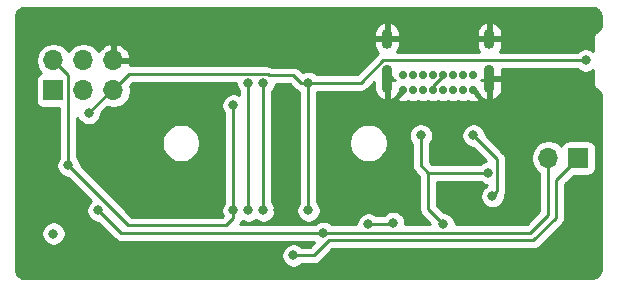
<source format=gbr>
%TF.GenerationSoftware,KiCad,Pcbnew,5.1.6-c6e7f7d~87~ubuntu18.04.1*%
%TF.CreationDate,2020-10-02T11:44:25-04:00*%
%TF.ProjectId,embedded-debug,656d6265-6464-4656-942d-64656275672e,rev?*%
%TF.SameCoordinates,Original*%
%TF.FileFunction,Copper,L2,Bot*%
%TF.FilePolarity,Positive*%
%FSLAX46Y46*%
G04 Gerber Fmt 4.6, Leading zero omitted, Abs format (unit mm)*
G04 Created by KiCad (PCBNEW 5.1.6-c6e7f7d~87~ubuntu18.04.1) date 2020-10-02 11:44:25*
%MOMM*%
%LPD*%
G01*
G04 APERTURE LIST*
%TA.AperFunction,ComponentPad*%
%ADD10O,1.700000X1.700000*%
%TD*%
%TA.AperFunction,ComponentPad*%
%ADD11R,1.700000X1.700000*%
%TD*%
%TA.AperFunction,ComponentPad*%
%ADD12O,0.900000X1.700000*%
%TD*%
%TA.AperFunction,ComponentPad*%
%ADD13O,0.900000X2.400000*%
%TD*%
%TA.AperFunction,ComponentPad*%
%ADD14C,0.700000*%
%TD*%
%TA.AperFunction,ViaPad*%
%ADD15C,0.800000*%
%TD*%
%TA.AperFunction,Conductor*%
%ADD16C,0.250000*%
%TD*%
%TA.AperFunction,Conductor*%
%ADD17C,0.254000*%
%TD*%
G04 APERTURE END LIST*
D10*
%TO.P,J5,6*%
%TO.N,GND*%
X142240000Y-68580000D03*
%TO.P,J5,5*%
%TO.N,~RESET*%
X142240000Y-71120000D03*
%TO.P,J5,4*%
%TO.N,MOSI*%
X139700000Y-68580000D03*
%TO.P,J5,3*%
%TO.N,SCK*%
X139700000Y-71120000D03*
%TO.P,J5,2*%
%TO.N,VCC*%
X137160000Y-68580000D03*
D11*
%TO.P,J5,1*%
%TO.N,MISO*%
X137160000Y-71120000D03*
%TD*%
D12*
%TO.P,J4,S1*%
%TO.N,GND*%
X165420000Y-66760000D03*
X174070000Y-66760000D03*
D13*
X165420000Y-70140000D03*
X174070000Y-70140000D03*
D14*
%TO.P,J4,B6*%
%TO.N,Net-(J4-PadA6)*%
X169320000Y-69770000D03*
%TO.P,J4,B1*%
%TO.N,GND*%
X166770000Y-69770000D03*
%TO.P,J4,B4*%
%TO.N,+5V*%
X167620000Y-69770000D03*
%TO.P,J4,B5*%
%TO.N,Net-(J4-PadB5)*%
X168470000Y-69770000D03*
%TO.P,J4,B12*%
%TO.N,GND*%
X172720000Y-69770000D03*
%TO.P,J4,B8*%
%TO.N,Net-(J4-PadB8)*%
X171020000Y-69770000D03*
%TO.P,J4,B7*%
%TO.N,Net-(J4-PadA7)*%
X170170000Y-69770000D03*
%TO.P,J4,B9*%
%TO.N,+5V*%
X171870000Y-69770000D03*
%TO.P,J4,A12*%
%TO.N,GND*%
X166770000Y-71120000D03*
%TO.P,J4,A9*%
%TO.N,+5V*%
X167620000Y-71120000D03*
%TO.P,J4,A8*%
%TO.N,Net-(J4-PadA8)*%
X168470000Y-71120000D03*
%TO.P,J4,A7*%
%TO.N,Net-(J4-PadA7)*%
X169320000Y-71120000D03*
%TO.P,J4,A6*%
%TO.N,Net-(J4-PadA6)*%
X170170000Y-71120000D03*
%TO.P,J4,A5*%
%TO.N,Net-(J4-PadA5)*%
X171020000Y-71120000D03*
%TO.P,J4,A4*%
%TO.N,+5V*%
X171870000Y-71120000D03*
%TO.P,J4,A1*%
%TO.N,GND*%
X172720000Y-71120000D03*
%TD*%
D10*
%TO.P,J3,2*%
%TO.N,UART_TX*%
X179070000Y-76835000D03*
D11*
%TO.P,J3,1*%
%TO.N,UART_RX*%
X181610000Y-76835000D03*
%TD*%
D15*
%TO.N,GND*%
X170815000Y-76835000D03*
X137160000Y-78740000D03*
X137160000Y-74295000D03*
X142240000Y-74295000D03*
X156230165Y-73690937D03*
X156210000Y-76835000D03*
X156210000Y-81280000D03*
X137160000Y-65405000D03*
X142240000Y-65405000D03*
X147320000Y-65405000D03*
X152400000Y-65405000D03*
X157480000Y-65405000D03*
X163195000Y-65405000D03*
X147320000Y-78740000D03*
X177165000Y-65405000D03*
X177165000Y-69850000D03*
X177165000Y-73660000D03*
X177165000Y-79375000D03*
X181610000Y-79375000D03*
X181610000Y-73660000D03*
X181610000Y-83820000D03*
X167640000Y-73660000D03*
X167217827Y-78757735D03*
%TO.N,+5V*%
X163830000Y-82460000D03*
X165930153Y-82354847D03*
%TO.N,+3V3*%
X173990000Y-78105000D03*
X168275000Y-74930000D03*
X170180000Y-82460000D03*
%TO.N,~TX_LED*%
X174325315Y-80064424D03*
X172720000Y-74930000D03*
%TO.N,~RESET*%
X140150001Y-73025000D03*
X158750000Y-70485000D03*
X158750000Y-81280000D03*
X182245000Y-68580000D03*
%TO.N,SWDCLK*%
X154940000Y-70485000D03*
X154940000Y-81280000D03*
%TO.N,SWDIO*%
X153670000Y-70485000D03*
X153670000Y-81280000D03*
%TO.N,VCC*%
X138430000Y-77470000D03*
X152400000Y-81280000D03*
X152400000Y-72390000D03*
%TO.N,UART_TX*%
X160020000Y-83185000D03*
X140970000Y-81280000D03*
%TO.N,UART_RX*%
X157480000Y-85090000D03*
%TO.N,SCK*%
X137160000Y-83230000D03*
%TD*%
D16*
%TO.N,+5V*%
X163830000Y-82460000D02*
X165825000Y-82460000D01*
X165825000Y-82460000D02*
X165930153Y-82354847D01*
%TO.N,+3V3*%
X173990000Y-78105000D02*
X168910000Y-78105000D01*
X168910000Y-78105000D02*
X168275000Y-77470000D01*
X168275000Y-77470000D02*
X168275000Y-74930000D01*
X168910000Y-78105000D02*
X168910000Y-81190000D01*
X168910000Y-81190000D02*
X170180000Y-82460000D01*
%TO.N,~TX_LED*%
X174725314Y-79664425D02*
X174325315Y-80064424D01*
X172720000Y-74930000D02*
X174725314Y-76935314D01*
X174725314Y-76935314D02*
X174725314Y-79664425D01*
%TO.N,~RESET*%
X142055001Y-71120000D02*
X142240000Y-71120000D01*
X140150001Y-73025000D02*
X142055001Y-71120000D01*
X158750000Y-70485000D02*
X158750000Y-81280000D01*
X158750000Y-70485000D02*
X158115000Y-70485000D01*
X158115000Y-70485000D02*
X157480000Y-69850000D01*
X143600001Y-69759999D02*
X142240000Y-71120000D01*
X155288001Y-69759999D02*
X147410001Y-69759999D01*
X155378002Y-69850000D02*
X155288001Y-69759999D01*
X157480000Y-69850000D02*
X155378002Y-69850000D01*
X158750000Y-70485000D02*
X163195000Y-70485000D01*
X163195000Y-70485000D02*
X165100000Y-68580000D01*
X165100000Y-68580000D02*
X182245000Y-68580000D01*
X147410001Y-69759999D02*
X143600001Y-69759999D01*
%TO.N,SWDCLK*%
X154940000Y-70485000D02*
X154940000Y-81280000D01*
%TO.N,SWDIO*%
X153670000Y-70485000D02*
X153670000Y-81280000D01*
%TO.N,VCC*%
X137160000Y-68580000D02*
X138430000Y-69850000D01*
X138430000Y-69850000D02*
X138430000Y-77470000D01*
X152400000Y-81280000D02*
X152400000Y-72390000D01*
X138430000Y-77470000D02*
X143510000Y-82550000D01*
X143510000Y-82550000D02*
X151765000Y-82550000D01*
X151765000Y-82550000D02*
X152400000Y-81915000D01*
X152400000Y-81915000D02*
X152400000Y-81280000D01*
%TO.N,UART_TX*%
X179070000Y-81660002D02*
X179070000Y-76835000D01*
X177545002Y-83185000D02*
X179070000Y-81660002D01*
X160020000Y-83185000D02*
X177545002Y-83185000D01*
X142875000Y-83185000D02*
X160020000Y-83185000D01*
X140970000Y-81280000D02*
X142875000Y-83185000D01*
%TO.N,UART_RX*%
X181610000Y-76835000D02*
X179705000Y-78740000D01*
X179705000Y-78740000D02*
X179705000Y-81915000D01*
X179705000Y-81915000D02*
X177800000Y-83820000D01*
X177800000Y-83820000D02*
X160655000Y-83820000D01*
X160458002Y-83820000D02*
X159188002Y-85090000D01*
X160655000Y-83820000D02*
X160458002Y-83820000D01*
X159188002Y-85090000D02*
X157480000Y-85090000D01*
%TO.N,Net-(J4-PadA7)*%
X169320000Y-70769002D02*
X169320000Y-71120000D01*
X170170000Y-69919002D02*
X169320000Y-70769002D01*
X170170000Y-69770000D02*
X170170000Y-69919002D01*
%TD*%
D17*
%TO.N,GND*%
G36*
X182997869Y-64174722D02*
G01*
X183111246Y-64208953D01*
X183215819Y-64264555D01*
X183307596Y-64339407D01*
X183383091Y-64430664D01*
X183439419Y-64534844D01*
X183474440Y-64647976D01*
X183490000Y-64796022D01*
X183490001Y-65766619D01*
X183071236Y-66185384D01*
X183046052Y-66206052D01*
X183011689Y-66247924D01*
X182963575Y-66306550D01*
X182909109Y-66408450D01*
X182902290Y-66421208D01*
X182864550Y-66545618D01*
X182855000Y-66642582D01*
X182855000Y-66642591D01*
X182851808Y-66675000D01*
X182855000Y-66707409D01*
X182855000Y-67742805D01*
X182735256Y-67662795D01*
X182546898Y-67584774D01*
X182346939Y-67545000D01*
X182143061Y-67545000D01*
X181943102Y-67584774D01*
X181754744Y-67662795D01*
X181585226Y-67776063D01*
X181541289Y-67820000D01*
X174935221Y-67820000D01*
X175023809Y-67692545D01*
X175109376Y-67496233D01*
X175155000Y-67287000D01*
X175155000Y-66887000D01*
X174197000Y-66887000D01*
X174197000Y-66907000D01*
X173943000Y-66907000D01*
X173943000Y-66887000D01*
X172985000Y-66887000D01*
X172985000Y-67287000D01*
X173030624Y-67496233D01*
X173116191Y-67692545D01*
X173204779Y-67820000D01*
X166285221Y-67820000D01*
X166373809Y-67692545D01*
X166459376Y-67496233D01*
X166505000Y-67287000D01*
X166505000Y-66887000D01*
X165547000Y-66887000D01*
X165547000Y-66907000D01*
X165293000Y-66907000D01*
X165293000Y-66887000D01*
X164335000Y-66887000D01*
X164335000Y-67287000D01*
X164380624Y-67496233D01*
X164466191Y-67692545D01*
X164588413Y-67868391D01*
X164671505Y-67948489D01*
X164559999Y-68039999D01*
X164536201Y-68068997D01*
X162880199Y-69725000D01*
X159453711Y-69725000D01*
X159409774Y-69681063D01*
X159240256Y-69567795D01*
X159051898Y-69489774D01*
X158851939Y-69450000D01*
X158648061Y-69450000D01*
X158448102Y-69489774D01*
X158268832Y-69564031D01*
X158043803Y-69339002D01*
X158020001Y-69309999D01*
X157904276Y-69215026D01*
X157772247Y-69144454D01*
X157628986Y-69100997D01*
X157517333Y-69090000D01*
X157517322Y-69090000D01*
X157480000Y-69086324D01*
X157442678Y-69090000D01*
X155646751Y-69090000D01*
X155580248Y-69054453D01*
X155436987Y-69010996D01*
X155325334Y-68999999D01*
X155325323Y-68999999D01*
X155288001Y-68996323D01*
X155250679Y-68999999D01*
X143659095Y-68999999D01*
X143681481Y-68936891D01*
X143560814Y-68707000D01*
X142367000Y-68707000D01*
X142367000Y-68727000D01*
X142113000Y-68727000D01*
X142113000Y-68707000D01*
X142093000Y-68707000D01*
X142093000Y-68453000D01*
X142113000Y-68453000D01*
X142113000Y-67259845D01*
X142367000Y-67259845D01*
X142367000Y-68453000D01*
X143560814Y-68453000D01*
X143681481Y-68223109D01*
X143584157Y-67948748D01*
X143435178Y-67698645D01*
X143240269Y-67482412D01*
X143006920Y-67308359D01*
X142744099Y-67183175D01*
X142596890Y-67138524D01*
X142367000Y-67259845D01*
X142113000Y-67259845D01*
X141883110Y-67138524D01*
X141735901Y-67183175D01*
X141473080Y-67308359D01*
X141239731Y-67482412D01*
X141044822Y-67698645D01*
X140975195Y-67815534D01*
X140853475Y-67633368D01*
X140646632Y-67426525D01*
X140403411Y-67264010D01*
X140133158Y-67152068D01*
X139846260Y-67095000D01*
X139553740Y-67095000D01*
X139266842Y-67152068D01*
X138996589Y-67264010D01*
X138753368Y-67426525D01*
X138546525Y-67633368D01*
X138430000Y-67807760D01*
X138313475Y-67633368D01*
X138106632Y-67426525D01*
X137863411Y-67264010D01*
X137593158Y-67152068D01*
X137306260Y-67095000D01*
X137013740Y-67095000D01*
X136726842Y-67152068D01*
X136456589Y-67264010D01*
X136213368Y-67426525D01*
X136006525Y-67633368D01*
X135844010Y-67876589D01*
X135732068Y-68146842D01*
X135675000Y-68433740D01*
X135675000Y-68726260D01*
X135732068Y-69013158D01*
X135844010Y-69283411D01*
X136006525Y-69526632D01*
X136138380Y-69658487D01*
X136065820Y-69680498D01*
X135955506Y-69739463D01*
X135858815Y-69818815D01*
X135779463Y-69915506D01*
X135720498Y-70025820D01*
X135684188Y-70145518D01*
X135671928Y-70270000D01*
X135671928Y-71970000D01*
X135684188Y-72094482D01*
X135720498Y-72214180D01*
X135779463Y-72324494D01*
X135858815Y-72421185D01*
X135955506Y-72500537D01*
X136065820Y-72559502D01*
X136185518Y-72595812D01*
X136310000Y-72608072D01*
X137670000Y-72608072D01*
X137670001Y-76766288D01*
X137626063Y-76810226D01*
X137512795Y-76979744D01*
X137434774Y-77168102D01*
X137395000Y-77368061D01*
X137395000Y-77571939D01*
X137434774Y-77771898D01*
X137512795Y-77960256D01*
X137626063Y-78129774D01*
X137770226Y-78273937D01*
X137939744Y-78387205D01*
X138128102Y-78465226D01*
X138328061Y-78505000D01*
X138390199Y-78505000D01*
X140340820Y-80455621D01*
X140310226Y-80476063D01*
X140166063Y-80620226D01*
X140052795Y-80789744D01*
X139974774Y-80978102D01*
X139935000Y-81178061D01*
X139935000Y-81381939D01*
X139974774Y-81581898D01*
X140052795Y-81770256D01*
X140166063Y-81939774D01*
X140310226Y-82083937D01*
X140479744Y-82197205D01*
X140668102Y-82275226D01*
X140868061Y-82315000D01*
X140930199Y-82315000D01*
X142311201Y-83696003D01*
X142334999Y-83725001D01*
X142450724Y-83819974D01*
X142582753Y-83890546D01*
X142726014Y-83934003D01*
X142837667Y-83945000D01*
X142837677Y-83945000D01*
X142875000Y-83948676D01*
X142912323Y-83945000D01*
X159258201Y-83945000D01*
X158873201Y-84330000D01*
X158183711Y-84330000D01*
X158139774Y-84286063D01*
X157970256Y-84172795D01*
X157781898Y-84094774D01*
X157581939Y-84055000D01*
X157378061Y-84055000D01*
X157178102Y-84094774D01*
X156989744Y-84172795D01*
X156820226Y-84286063D01*
X156676063Y-84430226D01*
X156562795Y-84599744D01*
X156484774Y-84788102D01*
X156445000Y-84988061D01*
X156445000Y-85191939D01*
X156484774Y-85391898D01*
X156562795Y-85580256D01*
X156676063Y-85749774D01*
X156820226Y-85893937D01*
X156989744Y-86007205D01*
X157178102Y-86085226D01*
X157378061Y-86125000D01*
X157581939Y-86125000D01*
X157781898Y-86085226D01*
X157970256Y-86007205D01*
X158139774Y-85893937D01*
X158183711Y-85850000D01*
X159150680Y-85850000D01*
X159188002Y-85853676D01*
X159225324Y-85850000D01*
X159225335Y-85850000D01*
X159336988Y-85839003D01*
X159480249Y-85795546D01*
X159612278Y-85724974D01*
X159728003Y-85630001D01*
X159751806Y-85600997D01*
X160772804Y-84580000D01*
X177762678Y-84580000D01*
X177800000Y-84583676D01*
X177837322Y-84580000D01*
X177837333Y-84580000D01*
X177948986Y-84569003D01*
X178092247Y-84525546D01*
X178224276Y-84454974D01*
X178340001Y-84360001D01*
X178363804Y-84330997D01*
X180216003Y-82478799D01*
X180245001Y-82455001D01*
X180339974Y-82339276D01*
X180410546Y-82207247D01*
X180454003Y-82063986D01*
X180465000Y-81952333D01*
X180465000Y-81952323D01*
X180468676Y-81915000D01*
X180465000Y-81877677D01*
X180465000Y-79054801D01*
X181196730Y-78323072D01*
X182460000Y-78323072D01*
X182584482Y-78310812D01*
X182704180Y-78274502D01*
X182814494Y-78215537D01*
X182911185Y-78136185D01*
X182990537Y-78039494D01*
X183049502Y-77929180D01*
X183085812Y-77809482D01*
X183098072Y-77685000D01*
X183098072Y-75985000D01*
X183085812Y-75860518D01*
X183049502Y-75740820D01*
X182990537Y-75630506D01*
X182911185Y-75533815D01*
X182814494Y-75454463D01*
X182704180Y-75395498D01*
X182584482Y-75359188D01*
X182460000Y-75346928D01*
X180760000Y-75346928D01*
X180635518Y-75359188D01*
X180515820Y-75395498D01*
X180405506Y-75454463D01*
X180308815Y-75533815D01*
X180229463Y-75630506D01*
X180170498Y-75740820D01*
X180148487Y-75813380D01*
X180016632Y-75681525D01*
X179773411Y-75519010D01*
X179503158Y-75407068D01*
X179216260Y-75350000D01*
X178923740Y-75350000D01*
X178636842Y-75407068D01*
X178366589Y-75519010D01*
X178123368Y-75681525D01*
X177916525Y-75888368D01*
X177754010Y-76131589D01*
X177642068Y-76401842D01*
X177585000Y-76688740D01*
X177585000Y-76981260D01*
X177642068Y-77268158D01*
X177754010Y-77538411D01*
X177916525Y-77781632D01*
X178123368Y-77988475D01*
X178310001Y-78113179D01*
X178310000Y-81345200D01*
X177230201Y-82425000D01*
X171215000Y-82425000D01*
X171215000Y-82358061D01*
X171175226Y-82158102D01*
X171097205Y-81969744D01*
X170983937Y-81800226D01*
X170839774Y-81656063D01*
X170670256Y-81542795D01*
X170481898Y-81464774D01*
X170281939Y-81425000D01*
X170219802Y-81425000D01*
X169670000Y-80875199D01*
X169670000Y-78865000D01*
X173286289Y-78865000D01*
X173330226Y-78908937D01*
X173499744Y-79022205D01*
X173688102Y-79100226D01*
X173864028Y-79135220D01*
X173835059Y-79147219D01*
X173665541Y-79260487D01*
X173521378Y-79404650D01*
X173408110Y-79574168D01*
X173330089Y-79762526D01*
X173290315Y-79962485D01*
X173290315Y-80166363D01*
X173330089Y-80366322D01*
X173408110Y-80554680D01*
X173521378Y-80724198D01*
X173665541Y-80868361D01*
X173835059Y-80981629D01*
X174023417Y-81059650D01*
X174223376Y-81099424D01*
X174427254Y-81099424D01*
X174627213Y-81059650D01*
X174815571Y-80981629D01*
X174985089Y-80868361D01*
X175129252Y-80724198D01*
X175242520Y-80554680D01*
X175320541Y-80366322D01*
X175360315Y-80166363D01*
X175360315Y-80088650D01*
X175430860Y-79956672D01*
X175474317Y-79813411D01*
X175485314Y-79701758D01*
X175485314Y-79701748D01*
X175488990Y-79664426D01*
X175485314Y-79627103D01*
X175485314Y-76972636D01*
X175488990Y-76935313D01*
X175485314Y-76897990D01*
X175485314Y-76897981D01*
X175474317Y-76786328D01*
X175430860Y-76643067D01*
X175360288Y-76511038D01*
X175265315Y-76395313D01*
X175236318Y-76371516D01*
X173755000Y-74890199D01*
X173755000Y-74828061D01*
X173715226Y-74628102D01*
X173637205Y-74439744D01*
X173523937Y-74270226D01*
X173379774Y-74126063D01*
X173210256Y-74012795D01*
X173021898Y-73934774D01*
X172821939Y-73895000D01*
X172618061Y-73895000D01*
X172418102Y-73934774D01*
X172229744Y-74012795D01*
X172060226Y-74126063D01*
X171916063Y-74270226D01*
X171802795Y-74439744D01*
X171724774Y-74628102D01*
X171685000Y-74828061D01*
X171685000Y-75031939D01*
X171724774Y-75231898D01*
X171802795Y-75420256D01*
X171916063Y-75589774D01*
X172060226Y-75733937D01*
X172229744Y-75847205D01*
X172418102Y-75925226D01*
X172618061Y-75965000D01*
X172680199Y-75965000D01*
X173802264Y-77087066D01*
X173688102Y-77109774D01*
X173499744Y-77187795D01*
X173330226Y-77301063D01*
X173286289Y-77345000D01*
X169224802Y-77345000D01*
X169035000Y-77155199D01*
X169035000Y-75633711D01*
X169078937Y-75589774D01*
X169192205Y-75420256D01*
X169270226Y-75231898D01*
X169310000Y-75031939D01*
X169310000Y-74828061D01*
X169270226Y-74628102D01*
X169192205Y-74439744D01*
X169078937Y-74270226D01*
X168934774Y-74126063D01*
X168765256Y-74012795D01*
X168576898Y-73934774D01*
X168376939Y-73895000D01*
X168173061Y-73895000D01*
X167973102Y-73934774D01*
X167784744Y-74012795D01*
X167615226Y-74126063D01*
X167471063Y-74270226D01*
X167357795Y-74439744D01*
X167279774Y-74628102D01*
X167240000Y-74828061D01*
X167240000Y-75031939D01*
X167279774Y-75231898D01*
X167357795Y-75420256D01*
X167471063Y-75589774D01*
X167515001Y-75633712D01*
X167515000Y-77432677D01*
X167511324Y-77470000D01*
X167515000Y-77507322D01*
X167515000Y-77507332D01*
X167525997Y-77618985D01*
X167550266Y-77698990D01*
X167569454Y-77762246D01*
X167640026Y-77894276D01*
X167679871Y-77942826D01*
X167734999Y-78010001D01*
X167764002Y-78033803D01*
X168150000Y-78419802D01*
X168150001Y-81152668D01*
X168146324Y-81190000D01*
X168150001Y-81227333D01*
X168160998Y-81338986D01*
X168169725Y-81367756D01*
X168204454Y-81482246D01*
X168275026Y-81614276D01*
X168312553Y-81660002D01*
X168370000Y-81730001D01*
X168398998Y-81753799D01*
X169070198Y-82425000D01*
X166965153Y-82425000D01*
X166965153Y-82252908D01*
X166925379Y-82052949D01*
X166847358Y-81864591D01*
X166734090Y-81695073D01*
X166589927Y-81550910D01*
X166420409Y-81437642D01*
X166232051Y-81359621D01*
X166032092Y-81319847D01*
X165828214Y-81319847D01*
X165628255Y-81359621D01*
X165439897Y-81437642D01*
X165270379Y-81550910D01*
X165126216Y-81695073D01*
X165122924Y-81700000D01*
X164533711Y-81700000D01*
X164489774Y-81656063D01*
X164320256Y-81542795D01*
X164131898Y-81464774D01*
X163931939Y-81425000D01*
X163728061Y-81425000D01*
X163528102Y-81464774D01*
X163339744Y-81542795D01*
X163170226Y-81656063D01*
X163026063Y-81800226D01*
X162912795Y-81969744D01*
X162834774Y-82158102D01*
X162795000Y-82358061D01*
X162795000Y-82425000D01*
X160723711Y-82425000D01*
X160679774Y-82381063D01*
X160510256Y-82267795D01*
X160321898Y-82189774D01*
X160121939Y-82150000D01*
X159918061Y-82150000D01*
X159718102Y-82189774D01*
X159529744Y-82267795D01*
X159360226Y-82381063D01*
X159316289Y-82425000D01*
X152964622Y-82425000D01*
X153034974Y-82339276D01*
X153105546Y-82207247D01*
X153120583Y-82157675D01*
X153179744Y-82197205D01*
X153368102Y-82275226D01*
X153568061Y-82315000D01*
X153771939Y-82315000D01*
X153971898Y-82275226D01*
X154160256Y-82197205D01*
X154305000Y-82100490D01*
X154449744Y-82197205D01*
X154638102Y-82275226D01*
X154838061Y-82315000D01*
X155041939Y-82315000D01*
X155241898Y-82275226D01*
X155430256Y-82197205D01*
X155599774Y-82083937D01*
X155743937Y-81939774D01*
X155857205Y-81770256D01*
X155935226Y-81581898D01*
X155975000Y-81381939D01*
X155975000Y-81178061D01*
X155935226Y-80978102D01*
X155857205Y-80789744D01*
X155743937Y-80620226D01*
X155700000Y-80576289D01*
X155700000Y-71188711D01*
X155743937Y-71144774D01*
X155857205Y-70975256D01*
X155935226Y-70786898D01*
X155970413Y-70610000D01*
X157165199Y-70610000D01*
X157551200Y-70996002D01*
X157574999Y-71025001D01*
X157603997Y-71048799D01*
X157690724Y-71119974D01*
X157822753Y-71190546D01*
X157966014Y-71234003D01*
X157990000Y-71236365D01*
X157990001Y-80576288D01*
X157946063Y-80620226D01*
X157832795Y-80789744D01*
X157754774Y-80978102D01*
X157715000Y-81178061D01*
X157715000Y-81381939D01*
X157754774Y-81581898D01*
X157832795Y-81770256D01*
X157946063Y-81939774D01*
X158090226Y-82083937D01*
X158259744Y-82197205D01*
X158448102Y-82275226D01*
X158648061Y-82315000D01*
X158851939Y-82315000D01*
X159051898Y-82275226D01*
X159240256Y-82197205D01*
X159409774Y-82083937D01*
X159553937Y-81939774D01*
X159667205Y-81770256D01*
X159745226Y-81581898D01*
X159785000Y-81381939D01*
X159785000Y-81178061D01*
X159745226Y-80978102D01*
X159667205Y-80789744D01*
X159553937Y-80620226D01*
X159510000Y-80576289D01*
X159510000Y-75403967D01*
X162195000Y-75403967D01*
X162195000Y-75726033D01*
X162257832Y-76041912D01*
X162381082Y-76339463D01*
X162560013Y-76607252D01*
X162787748Y-76834987D01*
X163055537Y-77013918D01*
X163353088Y-77137168D01*
X163668967Y-77200000D01*
X163991033Y-77200000D01*
X164306912Y-77137168D01*
X164604463Y-77013918D01*
X164872252Y-76834987D01*
X165099987Y-76607252D01*
X165278918Y-76339463D01*
X165402168Y-76041912D01*
X165465000Y-75726033D01*
X165465000Y-75403967D01*
X165402168Y-75088088D01*
X165278918Y-74790537D01*
X165099987Y-74522748D01*
X164872252Y-74295013D01*
X164604463Y-74116082D01*
X164306912Y-73992832D01*
X163991033Y-73930000D01*
X163668967Y-73930000D01*
X163353088Y-73992832D01*
X163055537Y-74116082D01*
X162787748Y-74295013D01*
X162560013Y-74522748D01*
X162381082Y-74790537D01*
X162257832Y-75088088D01*
X162195000Y-75403967D01*
X159510000Y-75403967D01*
X159510000Y-71245000D01*
X163157678Y-71245000D01*
X163195000Y-71248676D01*
X163232322Y-71245000D01*
X163232333Y-71245000D01*
X163343986Y-71234003D01*
X163487247Y-71190546D01*
X163619276Y-71119974D01*
X163735001Y-71025001D01*
X163758804Y-70995997D01*
X164335000Y-70419801D01*
X164335000Y-71017000D01*
X164380624Y-71226233D01*
X164466191Y-71422545D01*
X164588413Y-71598391D01*
X164742592Y-71747014D01*
X164922803Y-71862702D01*
X165125999Y-71934408D01*
X165293000Y-71807502D01*
X165293000Y-70267000D01*
X165273000Y-70267000D01*
X165273000Y-70013000D01*
X165293000Y-70013000D01*
X165293000Y-69993000D01*
X165547000Y-69993000D01*
X165547000Y-70013000D01*
X165813537Y-70013000D01*
X165820368Y-70048989D01*
X165893043Y-70228893D01*
X165901233Y-70244216D01*
X166099480Y-70260912D01*
X166093392Y-70267000D01*
X165547000Y-70267000D01*
X165547000Y-71807502D01*
X165714001Y-71934408D01*
X165917197Y-71862702D01*
X166097408Y-71747014D01*
X166251587Y-71598391D01*
X166373809Y-71422545D01*
X166440225Y-71270170D01*
X166590395Y-71120000D01*
X166576253Y-71105858D01*
X166635000Y-71047110D01*
X166635000Y-71217014D01*
X166671101Y-71398504D01*
X166279088Y-71790517D01*
X166295784Y-71988767D01*
X166474384Y-72064589D01*
X166664344Y-72104110D01*
X166858364Y-72105813D01*
X167048989Y-72069632D01*
X167195651Y-72010385D01*
X167332686Y-72067147D01*
X167522986Y-72105000D01*
X167717014Y-72105000D01*
X167907314Y-72067147D01*
X168045000Y-72010116D01*
X168182686Y-72067147D01*
X168372986Y-72105000D01*
X168567014Y-72105000D01*
X168757314Y-72067147D01*
X168895000Y-72010116D01*
X169032686Y-72067147D01*
X169222986Y-72105000D01*
X169417014Y-72105000D01*
X169607314Y-72067147D01*
X169745000Y-72010116D01*
X169882686Y-72067147D01*
X170072986Y-72105000D01*
X170267014Y-72105000D01*
X170457314Y-72067147D01*
X170595000Y-72010116D01*
X170732686Y-72067147D01*
X170922986Y-72105000D01*
X171117014Y-72105000D01*
X171307314Y-72067147D01*
X171445000Y-72010116D01*
X171582686Y-72067147D01*
X171772986Y-72105000D01*
X171967014Y-72105000D01*
X172157314Y-72067147D01*
X172295542Y-72009891D01*
X172424384Y-72064589D01*
X172614344Y-72104110D01*
X172808364Y-72105813D01*
X172998989Y-72069632D01*
X173178893Y-71996957D01*
X173194216Y-71988767D01*
X173210912Y-71790517D01*
X172818899Y-71398504D01*
X172855000Y-71217014D01*
X172855000Y-71047110D01*
X172913748Y-71105858D01*
X172899605Y-71120000D01*
X173049775Y-71270170D01*
X173116191Y-71422545D01*
X173238413Y-71598391D01*
X173392592Y-71747014D01*
X173572803Y-71862702D01*
X173775999Y-71934408D01*
X173943000Y-71807502D01*
X173943000Y-70267000D01*
X174197000Y-70267000D01*
X174197000Y-71807502D01*
X174364001Y-71934408D01*
X174567197Y-71862702D01*
X174747408Y-71747014D01*
X174901587Y-71598391D01*
X175023809Y-71422545D01*
X175109376Y-71226233D01*
X175155000Y-71017000D01*
X175155000Y-70267000D01*
X174197000Y-70267000D01*
X173943000Y-70267000D01*
X173396608Y-70267000D01*
X173390520Y-70260912D01*
X173588767Y-70244216D01*
X173664589Y-70065616D01*
X173675536Y-70013000D01*
X173943000Y-70013000D01*
X173943000Y-69993000D01*
X174197000Y-69993000D01*
X174197000Y-70013000D01*
X175155000Y-70013000D01*
X175155000Y-69340000D01*
X181541289Y-69340000D01*
X181585226Y-69383937D01*
X181754744Y-69497205D01*
X181943102Y-69575226D01*
X182143061Y-69615000D01*
X182346939Y-69615000D01*
X182546898Y-69575226D01*
X182735256Y-69497205D01*
X182855001Y-69417194D01*
X182855001Y-70452581D01*
X182851808Y-70485000D01*
X182855001Y-70517419D01*
X182864551Y-70614383D01*
X182874077Y-70645784D01*
X182902290Y-70738792D01*
X182963575Y-70853450D01*
X183025386Y-70928766D01*
X183025389Y-70928769D01*
X183046053Y-70953948D01*
X183071231Y-70974612D01*
X183490000Y-71393381D01*
X183490001Y-86327711D01*
X183475278Y-86477869D01*
X183441047Y-86591246D01*
X183385446Y-86695817D01*
X183310594Y-86787595D01*
X183219335Y-86863091D01*
X183115160Y-86919419D01*
X183002024Y-86954440D01*
X182853979Y-86970000D01*
X134652279Y-86970000D01*
X134502131Y-86955278D01*
X134388754Y-86921047D01*
X134284183Y-86865446D01*
X134192405Y-86790594D01*
X134116909Y-86699335D01*
X134060581Y-86595160D01*
X134025560Y-86482024D01*
X134010000Y-86333979D01*
X134010000Y-83128061D01*
X136125000Y-83128061D01*
X136125000Y-83331939D01*
X136164774Y-83531898D01*
X136242795Y-83720256D01*
X136356063Y-83889774D01*
X136500226Y-84033937D01*
X136669744Y-84147205D01*
X136858102Y-84225226D01*
X137058061Y-84265000D01*
X137261939Y-84265000D01*
X137461898Y-84225226D01*
X137650256Y-84147205D01*
X137819774Y-84033937D01*
X137963937Y-83889774D01*
X138077205Y-83720256D01*
X138155226Y-83531898D01*
X138195000Y-83331939D01*
X138195000Y-83128061D01*
X138155226Y-82928102D01*
X138077205Y-82739744D01*
X137963937Y-82570226D01*
X137819774Y-82426063D01*
X137650256Y-82312795D01*
X137461898Y-82234774D01*
X137261939Y-82195000D01*
X137058061Y-82195000D01*
X136858102Y-82234774D01*
X136669744Y-82312795D01*
X136500226Y-82426063D01*
X136356063Y-82570226D01*
X136242795Y-82739744D01*
X136164774Y-82928102D01*
X136125000Y-83128061D01*
X134010000Y-83128061D01*
X134010000Y-66233000D01*
X164335000Y-66233000D01*
X164335000Y-66633000D01*
X165293000Y-66633000D01*
X165293000Y-65442498D01*
X165547000Y-65442498D01*
X165547000Y-66633000D01*
X166505000Y-66633000D01*
X166505000Y-66233000D01*
X172985000Y-66233000D01*
X172985000Y-66633000D01*
X173943000Y-66633000D01*
X173943000Y-65442498D01*
X174197000Y-65442498D01*
X174197000Y-66633000D01*
X175155000Y-66633000D01*
X175155000Y-66233000D01*
X175109376Y-66023767D01*
X175023809Y-65827455D01*
X174901587Y-65651609D01*
X174747408Y-65502986D01*
X174567197Y-65387298D01*
X174364001Y-65315592D01*
X174197000Y-65442498D01*
X173943000Y-65442498D01*
X173775999Y-65315592D01*
X173572803Y-65387298D01*
X173392592Y-65502986D01*
X173238413Y-65651609D01*
X173116191Y-65827455D01*
X173030624Y-66023767D01*
X172985000Y-66233000D01*
X166505000Y-66233000D01*
X166459376Y-66023767D01*
X166373809Y-65827455D01*
X166251587Y-65651609D01*
X166097408Y-65502986D01*
X165917197Y-65387298D01*
X165714001Y-65315592D01*
X165547000Y-65442498D01*
X165293000Y-65442498D01*
X165125999Y-65315592D01*
X164922803Y-65387298D01*
X164742592Y-65502986D01*
X164588413Y-65651609D01*
X164466191Y-65827455D01*
X164380624Y-66023767D01*
X164335000Y-66233000D01*
X134010000Y-66233000D01*
X134010000Y-64802279D01*
X134024722Y-64652131D01*
X134058953Y-64538754D01*
X134114555Y-64434181D01*
X134189407Y-64342404D01*
X134280664Y-64266909D01*
X134384844Y-64210581D01*
X134497976Y-64175560D01*
X134646022Y-64160000D01*
X182847721Y-64160000D01*
X182997869Y-64174722D01*
G37*
X182997869Y-64174722D02*
X183111246Y-64208953D01*
X183215819Y-64264555D01*
X183307596Y-64339407D01*
X183383091Y-64430664D01*
X183439419Y-64534844D01*
X183474440Y-64647976D01*
X183490000Y-64796022D01*
X183490001Y-65766619D01*
X183071236Y-66185384D01*
X183046052Y-66206052D01*
X183011689Y-66247924D01*
X182963575Y-66306550D01*
X182909109Y-66408450D01*
X182902290Y-66421208D01*
X182864550Y-66545618D01*
X182855000Y-66642582D01*
X182855000Y-66642591D01*
X182851808Y-66675000D01*
X182855000Y-66707409D01*
X182855000Y-67742805D01*
X182735256Y-67662795D01*
X182546898Y-67584774D01*
X182346939Y-67545000D01*
X182143061Y-67545000D01*
X181943102Y-67584774D01*
X181754744Y-67662795D01*
X181585226Y-67776063D01*
X181541289Y-67820000D01*
X174935221Y-67820000D01*
X175023809Y-67692545D01*
X175109376Y-67496233D01*
X175155000Y-67287000D01*
X175155000Y-66887000D01*
X174197000Y-66887000D01*
X174197000Y-66907000D01*
X173943000Y-66907000D01*
X173943000Y-66887000D01*
X172985000Y-66887000D01*
X172985000Y-67287000D01*
X173030624Y-67496233D01*
X173116191Y-67692545D01*
X173204779Y-67820000D01*
X166285221Y-67820000D01*
X166373809Y-67692545D01*
X166459376Y-67496233D01*
X166505000Y-67287000D01*
X166505000Y-66887000D01*
X165547000Y-66887000D01*
X165547000Y-66907000D01*
X165293000Y-66907000D01*
X165293000Y-66887000D01*
X164335000Y-66887000D01*
X164335000Y-67287000D01*
X164380624Y-67496233D01*
X164466191Y-67692545D01*
X164588413Y-67868391D01*
X164671505Y-67948489D01*
X164559999Y-68039999D01*
X164536201Y-68068997D01*
X162880199Y-69725000D01*
X159453711Y-69725000D01*
X159409774Y-69681063D01*
X159240256Y-69567795D01*
X159051898Y-69489774D01*
X158851939Y-69450000D01*
X158648061Y-69450000D01*
X158448102Y-69489774D01*
X158268832Y-69564031D01*
X158043803Y-69339002D01*
X158020001Y-69309999D01*
X157904276Y-69215026D01*
X157772247Y-69144454D01*
X157628986Y-69100997D01*
X157517333Y-69090000D01*
X157517322Y-69090000D01*
X157480000Y-69086324D01*
X157442678Y-69090000D01*
X155646751Y-69090000D01*
X155580248Y-69054453D01*
X155436987Y-69010996D01*
X155325334Y-68999999D01*
X155325323Y-68999999D01*
X155288001Y-68996323D01*
X155250679Y-68999999D01*
X143659095Y-68999999D01*
X143681481Y-68936891D01*
X143560814Y-68707000D01*
X142367000Y-68707000D01*
X142367000Y-68727000D01*
X142113000Y-68727000D01*
X142113000Y-68707000D01*
X142093000Y-68707000D01*
X142093000Y-68453000D01*
X142113000Y-68453000D01*
X142113000Y-67259845D01*
X142367000Y-67259845D01*
X142367000Y-68453000D01*
X143560814Y-68453000D01*
X143681481Y-68223109D01*
X143584157Y-67948748D01*
X143435178Y-67698645D01*
X143240269Y-67482412D01*
X143006920Y-67308359D01*
X142744099Y-67183175D01*
X142596890Y-67138524D01*
X142367000Y-67259845D01*
X142113000Y-67259845D01*
X141883110Y-67138524D01*
X141735901Y-67183175D01*
X141473080Y-67308359D01*
X141239731Y-67482412D01*
X141044822Y-67698645D01*
X140975195Y-67815534D01*
X140853475Y-67633368D01*
X140646632Y-67426525D01*
X140403411Y-67264010D01*
X140133158Y-67152068D01*
X139846260Y-67095000D01*
X139553740Y-67095000D01*
X139266842Y-67152068D01*
X138996589Y-67264010D01*
X138753368Y-67426525D01*
X138546525Y-67633368D01*
X138430000Y-67807760D01*
X138313475Y-67633368D01*
X138106632Y-67426525D01*
X137863411Y-67264010D01*
X137593158Y-67152068D01*
X137306260Y-67095000D01*
X137013740Y-67095000D01*
X136726842Y-67152068D01*
X136456589Y-67264010D01*
X136213368Y-67426525D01*
X136006525Y-67633368D01*
X135844010Y-67876589D01*
X135732068Y-68146842D01*
X135675000Y-68433740D01*
X135675000Y-68726260D01*
X135732068Y-69013158D01*
X135844010Y-69283411D01*
X136006525Y-69526632D01*
X136138380Y-69658487D01*
X136065820Y-69680498D01*
X135955506Y-69739463D01*
X135858815Y-69818815D01*
X135779463Y-69915506D01*
X135720498Y-70025820D01*
X135684188Y-70145518D01*
X135671928Y-70270000D01*
X135671928Y-71970000D01*
X135684188Y-72094482D01*
X135720498Y-72214180D01*
X135779463Y-72324494D01*
X135858815Y-72421185D01*
X135955506Y-72500537D01*
X136065820Y-72559502D01*
X136185518Y-72595812D01*
X136310000Y-72608072D01*
X137670000Y-72608072D01*
X137670001Y-76766288D01*
X137626063Y-76810226D01*
X137512795Y-76979744D01*
X137434774Y-77168102D01*
X137395000Y-77368061D01*
X137395000Y-77571939D01*
X137434774Y-77771898D01*
X137512795Y-77960256D01*
X137626063Y-78129774D01*
X137770226Y-78273937D01*
X137939744Y-78387205D01*
X138128102Y-78465226D01*
X138328061Y-78505000D01*
X138390199Y-78505000D01*
X140340820Y-80455621D01*
X140310226Y-80476063D01*
X140166063Y-80620226D01*
X140052795Y-80789744D01*
X139974774Y-80978102D01*
X139935000Y-81178061D01*
X139935000Y-81381939D01*
X139974774Y-81581898D01*
X140052795Y-81770256D01*
X140166063Y-81939774D01*
X140310226Y-82083937D01*
X140479744Y-82197205D01*
X140668102Y-82275226D01*
X140868061Y-82315000D01*
X140930199Y-82315000D01*
X142311201Y-83696003D01*
X142334999Y-83725001D01*
X142450724Y-83819974D01*
X142582753Y-83890546D01*
X142726014Y-83934003D01*
X142837667Y-83945000D01*
X142837677Y-83945000D01*
X142875000Y-83948676D01*
X142912323Y-83945000D01*
X159258201Y-83945000D01*
X158873201Y-84330000D01*
X158183711Y-84330000D01*
X158139774Y-84286063D01*
X157970256Y-84172795D01*
X157781898Y-84094774D01*
X157581939Y-84055000D01*
X157378061Y-84055000D01*
X157178102Y-84094774D01*
X156989744Y-84172795D01*
X156820226Y-84286063D01*
X156676063Y-84430226D01*
X156562795Y-84599744D01*
X156484774Y-84788102D01*
X156445000Y-84988061D01*
X156445000Y-85191939D01*
X156484774Y-85391898D01*
X156562795Y-85580256D01*
X156676063Y-85749774D01*
X156820226Y-85893937D01*
X156989744Y-86007205D01*
X157178102Y-86085226D01*
X157378061Y-86125000D01*
X157581939Y-86125000D01*
X157781898Y-86085226D01*
X157970256Y-86007205D01*
X158139774Y-85893937D01*
X158183711Y-85850000D01*
X159150680Y-85850000D01*
X159188002Y-85853676D01*
X159225324Y-85850000D01*
X159225335Y-85850000D01*
X159336988Y-85839003D01*
X159480249Y-85795546D01*
X159612278Y-85724974D01*
X159728003Y-85630001D01*
X159751806Y-85600997D01*
X160772804Y-84580000D01*
X177762678Y-84580000D01*
X177800000Y-84583676D01*
X177837322Y-84580000D01*
X177837333Y-84580000D01*
X177948986Y-84569003D01*
X178092247Y-84525546D01*
X178224276Y-84454974D01*
X178340001Y-84360001D01*
X178363804Y-84330997D01*
X180216003Y-82478799D01*
X180245001Y-82455001D01*
X180339974Y-82339276D01*
X180410546Y-82207247D01*
X180454003Y-82063986D01*
X180465000Y-81952333D01*
X180465000Y-81952323D01*
X180468676Y-81915000D01*
X180465000Y-81877677D01*
X180465000Y-79054801D01*
X181196730Y-78323072D01*
X182460000Y-78323072D01*
X182584482Y-78310812D01*
X182704180Y-78274502D01*
X182814494Y-78215537D01*
X182911185Y-78136185D01*
X182990537Y-78039494D01*
X183049502Y-77929180D01*
X183085812Y-77809482D01*
X183098072Y-77685000D01*
X183098072Y-75985000D01*
X183085812Y-75860518D01*
X183049502Y-75740820D01*
X182990537Y-75630506D01*
X182911185Y-75533815D01*
X182814494Y-75454463D01*
X182704180Y-75395498D01*
X182584482Y-75359188D01*
X182460000Y-75346928D01*
X180760000Y-75346928D01*
X180635518Y-75359188D01*
X180515820Y-75395498D01*
X180405506Y-75454463D01*
X180308815Y-75533815D01*
X180229463Y-75630506D01*
X180170498Y-75740820D01*
X180148487Y-75813380D01*
X180016632Y-75681525D01*
X179773411Y-75519010D01*
X179503158Y-75407068D01*
X179216260Y-75350000D01*
X178923740Y-75350000D01*
X178636842Y-75407068D01*
X178366589Y-75519010D01*
X178123368Y-75681525D01*
X177916525Y-75888368D01*
X177754010Y-76131589D01*
X177642068Y-76401842D01*
X177585000Y-76688740D01*
X177585000Y-76981260D01*
X177642068Y-77268158D01*
X177754010Y-77538411D01*
X177916525Y-77781632D01*
X178123368Y-77988475D01*
X178310001Y-78113179D01*
X178310000Y-81345200D01*
X177230201Y-82425000D01*
X171215000Y-82425000D01*
X171215000Y-82358061D01*
X171175226Y-82158102D01*
X171097205Y-81969744D01*
X170983937Y-81800226D01*
X170839774Y-81656063D01*
X170670256Y-81542795D01*
X170481898Y-81464774D01*
X170281939Y-81425000D01*
X170219802Y-81425000D01*
X169670000Y-80875199D01*
X169670000Y-78865000D01*
X173286289Y-78865000D01*
X173330226Y-78908937D01*
X173499744Y-79022205D01*
X173688102Y-79100226D01*
X173864028Y-79135220D01*
X173835059Y-79147219D01*
X173665541Y-79260487D01*
X173521378Y-79404650D01*
X173408110Y-79574168D01*
X173330089Y-79762526D01*
X173290315Y-79962485D01*
X173290315Y-80166363D01*
X173330089Y-80366322D01*
X173408110Y-80554680D01*
X173521378Y-80724198D01*
X173665541Y-80868361D01*
X173835059Y-80981629D01*
X174023417Y-81059650D01*
X174223376Y-81099424D01*
X174427254Y-81099424D01*
X174627213Y-81059650D01*
X174815571Y-80981629D01*
X174985089Y-80868361D01*
X175129252Y-80724198D01*
X175242520Y-80554680D01*
X175320541Y-80366322D01*
X175360315Y-80166363D01*
X175360315Y-80088650D01*
X175430860Y-79956672D01*
X175474317Y-79813411D01*
X175485314Y-79701758D01*
X175485314Y-79701748D01*
X175488990Y-79664426D01*
X175485314Y-79627103D01*
X175485314Y-76972636D01*
X175488990Y-76935313D01*
X175485314Y-76897990D01*
X175485314Y-76897981D01*
X175474317Y-76786328D01*
X175430860Y-76643067D01*
X175360288Y-76511038D01*
X175265315Y-76395313D01*
X175236318Y-76371516D01*
X173755000Y-74890199D01*
X173755000Y-74828061D01*
X173715226Y-74628102D01*
X173637205Y-74439744D01*
X173523937Y-74270226D01*
X173379774Y-74126063D01*
X173210256Y-74012795D01*
X173021898Y-73934774D01*
X172821939Y-73895000D01*
X172618061Y-73895000D01*
X172418102Y-73934774D01*
X172229744Y-74012795D01*
X172060226Y-74126063D01*
X171916063Y-74270226D01*
X171802795Y-74439744D01*
X171724774Y-74628102D01*
X171685000Y-74828061D01*
X171685000Y-75031939D01*
X171724774Y-75231898D01*
X171802795Y-75420256D01*
X171916063Y-75589774D01*
X172060226Y-75733937D01*
X172229744Y-75847205D01*
X172418102Y-75925226D01*
X172618061Y-75965000D01*
X172680199Y-75965000D01*
X173802264Y-77087066D01*
X173688102Y-77109774D01*
X173499744Y-77187795D01*
X173330226Y-77301063D01*
X173286289Y-77345000D01*
X169224802Y-77345000D01*
X169035000Y-77155199D01*
X169035000Y-75633711D01*
X169078937Y-75589774D01*
X169192205Y-75420256D01*
X169270226Y-75231898D01*
X169310000Y-75031939D01*
X169310000Y-74828061D01*
X169270226Y-74628102D01*
X169192205Y-74439744D01*
X169078937Y-74270226D01*
X168934774Y-74126063D01*
X168765256Y-74012795D01*
X168576898Y-73934774D01*
X168376939Y-73895000D01*
X168173061Y-73895000D01*
X167973102Y-73934774D01*
X167784744Y-74012795D01*
X167615226Y-74126063D01*
X167471063Y-74270226D01*
X167357795Y-74439744D01*
X167279774Y-74628102D01*
X167240000Y-74828061D01*
X167240000Y-75031939D01*
X167279774Y-75231898D01*
X167357795Y-75420256D01*
X167471063Y-75589774D01*
X167515001Y-75633712D01*
X167515000Y-77432677D01*
X167511324Y-77470000D01*
X167515000Y-77507322D01*
X167515000Y-77507332D01*
X167525997Y-77618985D01*
X167550266Y-77698990D01*
X167569454Y-77762246D01*
X167640026Y-77894276D01*
X167679871Y-77942826D01*
X167734999Y-78010001D01*
X167764002Y-78033803D01*
X168150000Y-78419802D01*
X168150001Y-81152668D01*
X168146324Y-81190000D01*
X168150001Y-81227333D01*
X168160998Y-81338986D01*
X168169725Y-81367756D01*
X168204454Y-81482246D01*
X168275026Y-81614276D01*
X168312553Y-81660002D01*
X168370000Y-81730001D01*
X168398998Y-81753799D01*
X169070198Y-82425000D01*
X166965153Y-82425000D01*
X166965153Y-82252908D01*
X166925379Y-82052949D01*
X166847358Y-81864591D01*
X166734090Y-81695073D01*
X166589927Y-81550910D01*
X166420409Y-81437642D01*
X166232051Y-81359621D01*
X166032092Y-81319847D01*
X165828214Y-81319847D01*
X165628255Y-81359621D01*
X165439897Y-81437642D01*
X165270379Y-81550910D01*
X165126216Y-81695073D01*
X165122924Y-81700000D01*
X164533711Y-81700000D01*
X164489774Y-81656063D01*
X164320256Y-81542795D01*
X164131898Y-81464774D01*
X163931939Y-81425000D01*
X163728061Y-81425000D01*
X163528102Y-81464774D01*
X163339744Y-81542795D01*
X163170226Y-81656063D01*
X163026063Y-81800226D01*
X162912795Y-81969744D01*
X162834774Y-82158102D01*
X162795000Y-82358061D01*
X162795000Y-82425000D01*
X160723711Y-82425000D01*
X160679774Y-82381063D01*
X160510256Y-82267795D01*
X160321898Y-82189774D01*
X160121939Y-82150000D01*
X159918061Y-82150000D01*
X159718102Y-82189774D01*
X159529744Y-82267795D01*
X159360226Y-82381063D01*
X159316289Y-82425000D01*
X152964622Y-82425000D01*
X153034974Y-82339276D01*
X153105546Y-82207247D01*
X153120583Y-82157675D01*
X153179744Y-82197205D01*
X153368102Y-82275226D01*
X153568061Y-82315000D01*
X153771939Y-82315000D01*
X153971898Y-82275226D01*
X154160256Y-82197205D01*
X154305000Y-82100490D01*
X154449744Y-82197205D01*
X154638102Y-82275226D01*
X154838061Y-82315000D01*
X155041939Y-82315000D01*
X155241898Y-82275226D01*
X155430256Y-82197205D01*
X155599774Y-82083937D01*
X155743937Y-81939774D01*
X155857205Y-81770256D01*
X155935226Y-81581898D01*
X155975000Y-81381939D01*
X155975000Y-81178061D01*
X155935226Y-80978102D01*
X155857205Y-80789744D01*
X155743937Y-80620226D01*
X155700000Y-80576289D01*
X155700000Y-71188711D01*
X155743937Y-71144774D01*
X155857205Y-70975256D01*
X155935226Y-70786898D01*
X155970413Y-70610000D01*
X157165199Y-70610000D01*
X157551200Y-70996002D01*
X157574999Y-71025001D01*
X157603997Y-71048799D01*
X157690724Y-71119974D01*
X157822753Y-71190546D01*
X157966014Y-71234003D01*
X157990000Y-71236365D01*
X157990001Y-80576288D01*
X157946063Y-80620226D01*
X157832795Y-80789744D01*
X157754774Y-80978102D01*
X157715000Y-81178061D01*
X157715000Y-81381939D01*
X157754774Y-81581898D01*
X157832795Y-81770256D01*
X157946063Y-81939774D01*
X158090226Y-82083937D01*
X158259744Y-82197205D01*
X158448102Y-82275226D01*
X158648061Y-82315000D01*
X158851939Y-82315000D01*
X159051898Y-82275226D01*
X159240256Y-82197205D01*
X159409774Y-82083937D01*
X159553937Y-81939774D01*
X159667205Y-81770256D01*
X159745226Y-81581898D01*
X159785000Y-81381939D01*
X159785000Y-81178061D01*
X159745226Y-80978102D01*
X159667205Y-80789744D01*
X159553937Y-80620226D01*
X159510000Y-80576289D01*
X159510000Y-75403967D01*
X162195000Y-75403967D01*
X162195000Y-75726033D01*
X162257832Y-76041912D01*
X162381082Y-76339463D01*
X162560013Y-76607252D01*
X162787748Y-76834987D01*
X163055537Y-77013918D01*
X163353088Y-77137168D01*
X163668967Y-77200000D01*
X163991033Y-77200000D01*
X164306912Y-77137168D01*
X164604463Y-77013918D01*
X164872252Y-76834987D01*
X165099987Y-76607252D01*
X165278918Y-76339463D01*
X165402168Y-76041912D01*
X165465000Y-75726033D01*
X165465000Y-75403967D01*
X165402168Y-75088088D01*
X165278918Y-74790537D01*
X165099987Y-74522748D01*
X164872252Y-74295013D01*
X164604463Y-74116082D01*
X164306912Y-73992832D01*
X163991033Y-73930000D01*
X163668967Y-73930000D01*
X163353088Y-73992832D01*
X163055537Y-74116082D01*
X162787748Y-74295013D01*
X162560013Y-74522748D01*
X162381082Y-74790537D01*
X162257832Y-75088088D01*
X162195000Y-75403967D01*
X159510000Y-75403967D01*
X159510000Y-71245000D01*
X163157678Y-71245000D01*
X163195000Y-71248676D01*
X163232322Y-71245000D01*
X163232333Y-71245000D01*
X163343986Y-71234003D01*
X163487247Y-71190546D01*
X163619276Y-71119974D01*
X163735001Y-71025001D01*
X163758804Y-70995997D01*
X164335000Y-70419801D01*
X164335000Y-71017000D01*
X164380624Y-71226233D01*
X164466191Y-71422545D01*
X164588413Y-71598391D01*
X164742592Y-71747014D01*
X164922803Y-71862702D01*
X165125999Y-71934408D01*
X165293000Y-71807502D01*
X165293000Y-70267000D01*
X165273000Y-70267000D01*
X165273000Y-70013000D01*
X165293000Y-70013000D01*
X165293000Y-69993000D01*
X165547000Y-69993000D01*
X165547000Y-70013000D01*
X165813537Y-70013000D01*
X165820368Y-70048989D01*
X165893043Y-70228893D01*
X165901233Y-70244216D01*
X166099480Y-70260912D01*
X166093392Y-70267000D01*
X165547000Y-70267000D01*
X165547000Y-71807502D01*
X165714001Y-71934408D01*
X165917197Y-71862702D01*
X166097408Y-71747014D01*
X166251587Y-71598391D01*
X166373809Y-71422545D01*
X166440225Y-71270170D01*
X166590395Y-71120000D01*
X166576253Y-71105858D01*
X166635000Y-71047110D01*
X166635000Y-71217014D01*
X166671101Y-71398504D01*
X166279088Y-71790517D01*
X166295784Y-71988767D01*
X166474384Y-72064589D01*
X166664344Y-72104110D01*
X166858364Y-72105813D01*
X167048989Y-72069632D01*
X167195651Y-72010385D01*
X167332686Y-72067147D01*
X167522986Y-72105000D01*
X167717014Y-72105000D01*
X167907314Y-72067147D01*
X168045000Y-72010116D01*
X168182686Y-72067147D01*
X168372986Y-72105000D01*
X168567014Y-72105000D01*
X168757314Y-72067147D01*
X168895000Y-72010116D01*
X169032686Y-72067147D01*
X169222986Y-72105000D01*
X169417014Y-72105000D01*
X169607314Y-72067147D01*
X169745000Y-72010116D01*
X169882686Y-72067147D01*
X170072986Y-72105000D01*
X170267014Y-72105000D01*
X170457314Y-72067147D01*
X170595000Y-72010116D01*
X170732686Y-72067147D01*
X170922986Y-72105000D01*
X171117014Y-72105000D01*
X171307314Y-72067147D01*
X171445000Y-72010116D01*
X171582686Y-72067147D01*
X171772986Y-72105000D01*
X171967014Y-72105000D01*
X172157314Y-72067147D01*
X172295542Y-72009891D01*
X172424384Y-72064589D01*
X172614344Y-72104110D01*
X172808364Y-72105813D01*
X172998989Y-72069632D01*
X173178893Y-71996957D01*
X173194216Y-71988767D01*
X173210912Y-71790517D01*
X172818899Y-71398504D01*
X172855000Y-71217014D01*
X172855000Y-71047110D01*
X172913748Y-71105858D01*
X172899605Y-71120000D01*
X173049775Y-71270170D01*
X173116191Y-71422545D01*
X173238413Y-71598391D01*
X173392592Y-71747014D01*
X173572803Y-71862702D01*
X173775999Y-71934408D01*
X173943000Y-71807502D01*
X173943000Y-70267000D01*
X174197000Y-70267000D01*
X174197000Y-71807502D01*
X174364001Y-71934408D01*
X174567197Y-71862702D01*
X174747408Y-71747014D01*
X174901587Y-71598391D01*
X175023809Y-71422545D01*
X175109376Y-71226233D01*
X175155000Y-71017000D01*
X175155000Y-70267000D01*
X174197000Y-70267000D01*
X173943000Y-70267000D01*
X173396608Y-70267000D01*
X173390520Y-70260912D01*
X173588767Y-70244216D01*
X173664589Y-70065616D01*
X173675536Y-70013000D01*
X173943000Y-70013000D01*
X173943000Y-69993000D01*
X174197000Y-69993000D01*
X174197000Y-70013000D01*
X175155000Y-70013000D01*
X175155000Y-69340000D01*
X181541289Y-69340000D01*
X181585226Y-69383937D01*
X181754744Y-69497205D01*
X181943102Y-69575226D01*
X182143061Y-69615000D01*
X182346939Y-69615000D01*
X182546898Y-69575226D01*
X182735256Y-69497205D01*
X182855001Y-69417194D01*
X182855001Y-70452581D01*
X182851808Y-70485000D01*
X182855001Y-70517419D01*
X182864551Y-70614383D01*
X182874077Y-70645784D01*
X182902290Y-70738792D01*
X182963575Y-70853450D01*
X183025386Y-70928766D01*
X183025389Y-70928769D01*
X183046053Y-70953948D01*
X183071231Y-70974612D01*
X183490000Y-71393381D01*
X183490001Y-86327711D01*
X183475278Y-86477869D01*
X183441047Y-86591246D01*
X183385446Y-86695817D01*
X183310594Y-86787595D01*
X183219335Y-86863091D01*
X183115160Y-86919419D01*
X183002024Y-86954440D01*
X182853979Y-86970000D01*
X134652279Y-86970000D01*
X134502131Y-86955278D01*
X134388754Y-86921047D01*
X134284183Y-86865446D01*
X134192405Y-86790594D01*
X134116909Y-86699335D01*
X134060581Y-86595160D01*
X134025560Y-86482024D01*
X134010000Y-86333979D01*
X134010000Y-83128061D01*
X136125000Y-83128061D01*
X136125000Y-83331939D01*
X136164774Y-83531898D01*
X136242795Y-83720256D01*
X136356063Y-83889774D01*
X136500226Y-84033937D01*
X136669744Y-84147205D01*
X136858102Y-84225226D01*
X137058061Y-84265000D01*
X137261939Y-84265000D01*
X137461898Y-84225226D01*
X137650256Y-84147205D01*
X137819774Y-84033937D01*
X137963937Y-83889774D01*
X138077205Y-83720256D01*
X138155226Y-83531898D01*
X138195000Y-83331939D01*
X138195000Y-83128061D01*
X138155226Y-82928102D01*
X138077205Y-82739744D01*
X137963937Y-82570226D01*
X137819774Y-82426063D01*
X137650256Y-82312795D01*
X137461898Y-82234774D01*
X137261939Y-82195000D01*
X137058061Y-82195000D01*
X136858102Y-82234774D01*
X136669744Y-82312795D01*
X136500226Y-82426063D01*
X136356063Y-82570226D01*
X136242795Y-82739744D01*
X136164774Y-82928102D01*
X136125000Y-83128061D01*
X134010000Y-83128061D01*
X134010000Y-66233000D01*
X164335000Y-66233000D01*
X164335000Y-66633000D01*
X165293000Y-66633000D01*
X165293000Y-65442498D01*
X165547000Y-65442498D01*
X165547000Y-66633000D01*
X166505000Y-66633000D01*
X166505000Y-66233000D01*
X172985000Y-66233000D01*
X172985000Y-66633000D01*
X173943000Y-66633000D01*
X173943000Y-65442498D01*
X174197000Y-65442498D01*
X174197000Y-66633000D01*
X175155000Y-66633000D01*
X175155000Y-66233000D01*
X175109376Y-66023767D01*
X175023809Y-65827455D01*
X174901587Y-65651609D01*
X174747408Y-65502986D01*
X174567197Y-65387298D01*
X174364001Y-65315592D01*
X174197000Y-65442498D01*
X173943000Y-65442498D01*
X173775999Y-65315592D01*
X173572803Y-65387298D01*
X173392592Y-65502986D01*
X173238413Y-65651609D01*
X173116191Y-65827455D01*
X173030624Y-66023767D01*
X172985000Y-66233000D01*
X166505000Y-66233000D01*
X166459376Y-66023767D01*
X166373809Y-65827455D01*
X166251587Y-65651609D01*
X166097408Y-65502986D01*
X165917197Y-65387298D01*
X165714001Y-65315592D01*
X165547000Y-65442498D01*
X165293000Y-65442498D01*
X165125999Y-65315592D01*
X164922803Y-65387298D01*
X164742592Y-65502986D01*
X164588413Y-65651609D01*
X164466191Y-65827455D01*
X164380624Y-66023767D01*
X164335000Y-66233000D01*
X134010000Y-66233000D01*
X134010000Y-64802279D01*
X134024722Y-64652131D01*
X134058953Y-64538754D01*
X134114555Y-64434181D01*
X134189407Y-64342404D01*
X134280664Y-64266909D01*
X134384844Y-64210581D01*
X134497976Y-64175560D01*
X134646022Y-64160000D01*
X182847721Y-64160000D01*
X182997869Y-64174722D01*
G36*
X152635000Y-70586939D02*
G01*
X152674774Y-70786898D01*
X152752795Y-70975256D01*
X152866063Y-71144774D01*
X152910000Y-71188711D01*
X152910000Y-71485988D01*
X152890256Y-71472795D01*
X152701898Y-71394774D01*
X152501939Y-71355000D01*
X152298061Y-71355000D01*
X152098102Y-71394774D01*
X151909744Y-71472795D01*
X151740226Y-71586063D01*
X151596063Y-71730226D01*
X151482795Y-71899744D01*
X151404774Y-72088102D01*
X151365000Y-72288061D01*
X151365000Y-72491939D01*
X151404774Y-72691898D01*
X151482795Y-72880256D01*
X151596063Y-73049774D01*
X151640001Y-73093712D01*
X151640000Y-80576289D01*
X151596063Y-80620226D01*
X151482795Y-80789744D01*
X151404774Y-80978102D01*
X151365000Y-81178061D01*
X151365000Y-81381939D01*
X151404774Y-81581898D01*
X151479031Y-81761168D01*
X151450199Y-81790000D01*
X143824802Y-81790000D01*
X139465000Y-77430199D01*
X139465000Y-77368061D01*
X139425226Y-77168102D01*
X139347205Y-76979744D01*
X139233937Y-76810226D01*
X139190000Y-76766289D01*
X139190000Y-75403967D01*
X146320000Y-75403967D01*
X146320000Y-75726033D01*
X146382832Y-76041912D01*
X146506082Y-76339463D01*
X146685013Y-76607252D01*
X146912748Y-76834987D01*
X147180537Y-77013918D01*
X147478088Y-77137168D01*
X147793967Y-77200000D01*
X148116033Y-77200000D01*
X148431912Y-77137168D01*
X148729463Y-77013918D01*
X148997252Y-76834987D01*
X149224987Y-76607252D01*
X149403918Y-76339463D01*
X149527168Y-76041912D01*
X149590000Y-75726033D01*
X149590000Y-75403967D01*
X149527168Y-75088088D01*
X149403918Y-74790537D01*
X149224987Y-74522748D01*
X148997252Y-74295013D01*
X148729463Y-74116082D01*
X148431912Y-73992832D01*
X148116033Y-73930000D01*
X147793967Y-73930000D01*
X147478088Y-73992832D01*
X147180537Y-74116082D01*
X146912748Y-74295013D01*
X146685013Y-74522748D01*
X146506082Y-74790537D01*
X146382832Y-75088088D01*
X146320000Y-75403967D01*
X139190000Y-75403967D01*
X139190000Y-73411938D01*
X139232796Y-73515256D01*
X139346064Y-73684774D01*
X139490227Y-73828937D01*
X139659745Y-73942205D01*
X139848103Y-74020226D01*
X140048062Y-74060000D01*
X140251940Y-74060000D01*
X140451899Y-74020226D01*
X140640257Y-73942205D01*
X140809775Y-73828937D01*
X140953938Y-73684774D01*
X141067206Y-73515256D01*
X141145227Y-73326898D01*
X141185001Y-73126939D01*
X141185001Y-73064801D01*
X141732616Y-72517187D01*
X141806842Y-72547932D01*
X142093740Y-72605000D01*
X142386260Y-72605000D01*
X142673158Y-72547932D01*
X142943411Y-72435990D01*
X143186632Y-72273475D01*
X143393475Y-72066632D01*
X143555990Y-71823411D01*
X143667932Y-71553158D01*
X143725000Y-71266260D01*
X143725000Y-70973740D01*
X143681210Y-70753592D01*
X143914803Y-70519999D01*
X152635000Y-70519999D01*
X152635000Y-70586939D01*
G37*
X152635000Y-70586939D02*
X152674774Y-70786898D01*
X152752795Y-70975256D01*
X152866063Y-71144774D01*
X152910000Y-71188711D01*
X152910000Y-71485988D01*
X152890256Y-71472795D01*
X152701898Y-71394774D01*
X152501939Y-71355000D01*
X152298061Y-71355000D01*
X152098102Y-71394774D01*
X151909744Y-71472795D01*
X151740226Y-71586063D01*
X151596063Y-71730226D01*
X151482795Y-71899744D01*
X151404774Y-72088102D01*
X151365000Y-72288061D01*
X151365000Y-72491939D01*
X151404774Y-72691898D01*
X151482795Y-72880256D01*
X151596063Y-73049774D01*
X151640001Y-73093712D01*
X151640000Y-80576289D01*
X151596063Y-80620226D01*
X151482795Y-80789744D01*
X151404774Y-80978102D01*
X151365000Y-81178061D01*
X151365000Y-81381939D01*
X151404774Y-81581898D01*
X151479031Y-81761168D01*
X151450199Y-81790000D01*
X143824802Y-81790000D01*
X139465000Y-77430199D01*
X139465000Y-77368061D01*
X139425226Y-77168102D01*
X139347205Y-76979744D01*
X139233937Y-76810226D01*
X139190000Y-76766289D01*
X139190000Y-75403967D01*
X146320000Y-75403967D01*
X146320000Y-75726033D01*
X146382832Y-76041912D01*
X146506082Y-76339463D01*
X146685013Y-76607252D01*
X146912748Y-76834987D01*
X147180537Y-77013918D01*
X147478088Y-77137168D01*
X147793967Y-77200000D01*
X148116033Y-77200000D01*
X148431912Y-77137168D01*
X148729463Y-77013918D01*
X148997252Y-76834987D01*
X149224987Y-76607252D01*
X149403918Y-76339463D01*
X149527168Y-76041912D01*
X149590000Y-75726033D01*
X149590000Y-75403967D01*
X149527168Y-75088088D01*
X149403918Y-74790537D01*
X149224987Y-74522748D01*
X148997252Y-74295013D01*
X148729463Y-74116082D01*
X148431912Y-73992832D01*
X148116033Y-73930000D01*
X147793967Y-73930000D01*
X147478088Y-73992832D01*
X147180537Y-74116082D01*
X146912748Y-74295013D01*
X146685013Y-74522748D01*
X146506082Y-74790537D01*
X146382832Y-75088088D01*
X146320000Y-75403967D01*
X139190000Y-75403967D01*
X139190000Y-73411938D01*
X139232796Y-73515256D01*
X139346064Y-73684774D01*
X139490227Y-73828937D01*
X139659745Y-73942205D01*
X139848103Y-74020226D01*
X140048062Y-74060000D01*
X140251940Y-74060000D01*
X140451899Y-74020226D01*
X140640257Y-73942205D01*
X140809775Y-73828937D01*
X140953938Y-73684774D01*
X141067206Y-73515256D01*
X141145227Y-73326898D01*
X141185001Y-73126939D01*
X141185001Y-73064801D01*
X141732616Y-72517187D01*
X141806842Y-72547932D01*
X142093740Y-72605000D01*
X142386260Y-72605000D01*
X142673158Y-72547932D01*
X142943411Y-72435990D01*
X143186632Y-72273475D01*
X143393475Y-72066632D01*
X143555990Y-71823411D01*
X143667932Y-71553158D01*
X143725000Y-71266260D01*
X143725000Y-70973740D01*
X143681210Y-70753592D01*
X143914803Y-70519999D01*
X152635000Y-70519999D01*
X152635000Y-70586939D01*
%TD*%
M02*

</source>
